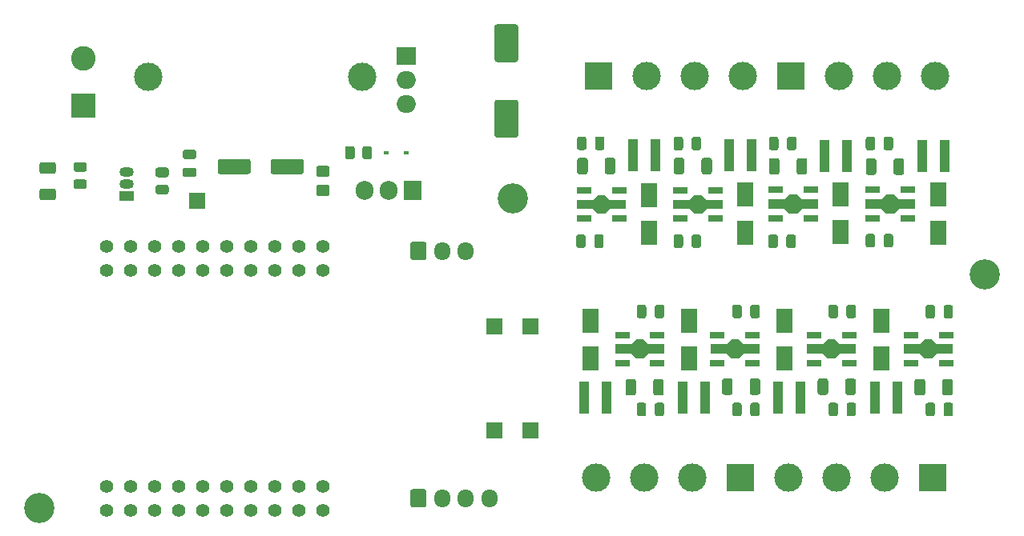
<source format=gts>
G04 #@! TF.GenerationSoftware,KiCad,Pcbnew,5.1.11-e4df9d881f~92~ubuntu20.04.1*
G04 #@! TF.CreationDate,2021-11-03T00:14:50+01:00*
G04 #@! TF.ProjectId,CC dimmer low voltage,43432064-696d-46d6-9572-206c6f772076,0.97*
G04 #@! TF.SameCoordinates,Original*
G04 #@! TF.FileFunction,Soldermask,Top*
G04 #@! TF.FilePolarity,Negative*
%FSLAX46Y46*%
G04 Gerber Fmt 4.6, Leading zero omitted, Abs format (unit mm)*
G04 Created by KiCad (PCBNEW 5.1.11-e4df9d881f~92~ubuntu20.04.1) date 2021-11-03 00:14:50*
%MOMM*%
%LPD*%
G01*
G04 APERTURE LIST*
%ADD10R,0.980000X3.400000*%
%ADD11C,3.000000*%
%ADD12R,1.700000X1.700000*%
%ADD13R,1.800000X2.500000*%
%ADD14C,3.200000*%
%ADD15R,0.600000X0.450000*%
%ADD16O,1.700000X1.950000*%
%ADD17O,2.000000X1.905000*%
%ADD18R,2.000000X1.905000*%
%ADD19O,1.500000X1.050000*%
%ADD20R,1.500000X1.050000*%
%ADD21R,1.905000X2.000000*%
%ADD22O,1.905000X2.000000*%
%ADD23R,2.600000X2.600000*%
%ADD24C,2.600000*%
%ADD25R,3.000000X3.000000*%
%ADD26R,1.500000X0.700000*%
%ADD27C,0.150000*%
%ADD28C,1.400000*%
G04 APERTURE END LIST*
G36*
G01*
X167785200Y-76116200D02*
X167785200Y-75166200D01*
G75*
G02*
X168035200Y-74916200I250000J0D01*
G01*
X168535200Y-74916200D01*
G75*
G02*
X168785200Y-75166200I0J-250000D01*
G01*
X168785200Y-76116200D01*
G75*
G02*
X168535200Y-76366200I-250000J0D01*
G01*
X168035200Y-76366200D01*
G75*
G02*
X167785200Y-76116200I0J250000D01*
G01*
G37*
G36*
G01*
X165885200Y-76116200D02*
X165885200Y-75166200D01*
G75*
G02*
X166135200Y-74916200I250000J0D01*
G01*
X166635200Y-74916200D01*
G75*
G02*
X166885200Y-75166200I0J-250000D01*
G01*
X166885200Y-76116200D01*
G75*
G02*
X166635200Y-76366200I-250000J0D01*
G01*
X166135200Y-76366200D01*
G75*
G02*
X165885200Y-76116200I0J250000D01*
G01*
G37*
D10*
X166709000Y-92176600D03*
X169079000Y-92176600D03*
X177097600Y-92176600D03*
X179467600Y-92176600D03*
X187215600Y-92176600D03*
X189585600Y-92176600D03*
X197443000Y-92176600D03*
X199813000Y-92176600D03*
X204816800Y-66598800D03*
X202446800Y-66598800D03*
X194479000Y-66598800D03*
X192109000Y-66598800D03*
X184395200Y-66548000D03*
X182025200Y-66548000D03*
X174209800Y-66573400D03*
X171839800Y-66573400D03*
D11*
X143281400Y-58242200D03*
X120681400Y-58242200D03*
D12*
X161023300Y-95645000D03*
X161023300Y-84645000D03*
D13*
X198120000Y-84029800D03*
X198120000Y-88029800D03*
D14*
X159202000Y-71145000D03*
D13*
X177774600Y-88029800D03*
X177774600Y-84029800D03*
G36*
G01*
X168861400Y-64803000D02*
X168861400Y-65753000D01*
G75*
G02*
X168611400Y-66003000I-250000J0D01*
G01*
X168111400Y-66003000D01*
G75*
G02*
X167861400Y-65753000I0J250000D01*
G01*
X167861400Y-64803000D01*
G75*
G02*
X168111400Y-64553000I250000J0D01*
G01*
X168611400Y-64553000D01*
G75*
G02*
X168861400Y-64803000I0J-250000D01*
G01*
G37*
G36*
G01*
X166961400Y-64803000D02*
X166961400Y-65753000D01*
G75*
G02*
X166711400Y-66003000I-250000J0D01*
G01*
X166211400Y-66003000D01*
G75*
G02*
X165961400Y-65753000I0J250000D01*
G01*
X165961400Y-64803000D01*
G75*
G02*
X166211400Y-64553000I250000J0D01*
G01*
X166711400Y-64553000D01*
G75*
G02*
X166961400Y-64803000I0J-250000D01*
G01*
G37*
G36*
G01*
X176172200Y-76116200D02*
X176172200Y-75166200D01*
G75*
G02*
X176422200Y-74916200I250000J0D01*
G01*
X176922200Y-74916200D01*
G75*
G02*
X177172200Y-75166200I0J-250000D01*
G01*
X177172200Y-76116200D01*
G75*
G02*
X176922200Y-76366200I-250000J0D01*
G01*
X176422200Y-76366200D01*
G75*
G02*
X176172200Y-76116200I0J250000D01*
G01*
G37*
G36*
G01*
X178072200Y-76116200D02*
X178072200Y-75166200D01*
G75*
G02*
X178322200Y-74916200I250000J0D01*
G01*
X178822200Y-74916200D01*
G75*
G02*
X179072200Y-75166200I0J-250000D01*
G01*
X179072200Y-76116200D01*
G75*
G02*
X178822200Y-76366200I-250000J0D01*
G01*
X178322200Y-76366200D01*
G75*
G02*
X178072200Y-76116200I0J250000D01*
G01*
G37*
G36*
G01*
X176172200Y-65778400D02*
X176172200Y-64828400D01*
G75*
G02*
X176422200Y-64578400I250000J0D01*
G01*
X176922200Y-64578400D01*
G75*
G02*
X177172200Y-64828400I0J-250000D01*
G01*
X177172200Y-65778400D01*
G75*
G02*
X176922200Y-66028400I-250000J0D01*
G01*
X176422200Y-66028400D01*
G75*
G02*
X176172200Y-65778400I0J250000D01*
G01*
G37*
G36*
G01*
X178072200Y-65778400D02*
X178072200Y-64828400D01*
G75*
G02*
X178322200Y-64578400I250000J0D01*
G01*
X178822200Y-64578400D01*
G75*
G02*
X179072200Y-64828400I0J-250000D01*
G01*
X179072200Y-65778400D01*
G75*
G02*
X178822200Y-66028400I-250000J0D01*
G01*
X178322200Y-66028400D01*
G75*
G02*
X178072200Y-65778400I0J250000D01*
G01*
G37*
G36*
G01*
X186179800Y-76116200D02*
X186179800Y-75166200D01*
G75*
G02*
X186429800Y-74916200I250000J0D01*
G01*
X186929800Y-74916200D01*
G75*
G02*
X187179800Y-75166200I0J-250000D01*
G01*
X187179800Y-76116200D01*
G75*
G02*
X186929800Y-76366200I-250000J0D01*
G01*
X186429800Y-76366200D01*
G75*
G02*
X186179800Y-76116200I0J250000D01*
G01*
G37*
G36*
G01*
X188079800Y-76116200D02*
X188079800Y-75166200D01*
G75*
G02*
X188329800Y-74916200I250000J0D01*
G01*
X188829800Y-74916200D01*
G75*
G02*
X189079800Y-75166200I0J-250000D01*
G01*
X189079800Y-76116200D01*
G75*
G02*
X188829800Y-76366200I-250000J0D01*
G01*
X188329800Y-76366200D01*
G75*
G02*
X188079800Y-76116200I0J250000D01*
G01*
G37*
G36*
G01*
X188156000Y-65778400D02*
X188156000Y-64828400D01*
G75*
G02*
X188406000Y-64578400I250000J0D01*
G01*
X188906000Y-64578400D01*
G75*
G02*
X189156000Y-64828400I0J-250000D01*
G01*
X189156000Y-65778400D01*
G75*
G02*
X188906000Y-66028400I-250000J0D01*
G01*
X188406000Y-66028400D01*
G75*
G02*
X188156000Y-65778400I0J250000D01*
G01*
G37*
G36*
G01*
X186256000Y-65778400D02*
X186256000Y-64828400D01*
G75*
G02*
X186506000Y-64578400I250000J0D01*
G01*
X187006000Y-64578400D01*
G75*
G02*
X187256000Y-64828400I0J-250000D01*
G01*
X187256000Y-65778400D01*
G75*
G02*
X187006000Y-66028400I-250000J0D01*
G01*
X186506000Y-66028400D01*
G75*
G02*
X186256000Y-65778400I0J250000D01*
G01*
G37*
G36*
G01*
X198366800Y-76065400D02*
X198366800Y-75115400D01*
G75*
G02*
X198616800Y-74865400I250000J0D01*
G01*
X199116800Y-74865400D01*
G75*
G02*
X199366800Y-75115400I0J-250000D01*
G01*
X199366800Y-76065400D01*
G75*
G02*
X199116800Y-76315400I-250000J0D01*
G01*
X198616800Y-76315400D01*
G75*
G02*
X198366800Y-76065400I0J250000D01*
G01*
G37*
G36*
G01*
X196466800Y-76065400D02*
X196466800Y-75115400D01*
G75*
G02*
X196716800Y-74865400I250000J0D01*
G01*
X197216800Y-74865400D01*
G75*
G02*
X197466800Y-75115400I0J-250000D01*
G01*
X197466800Y-76065400D01*
G75*
G02*
X197216800Y-76315400I-250000J0D01*
G01*
X196716800Y-76315400D01*
G75*
G02*
X196466800Y-76065400I0J250000D01*
G01*
G37*
G36*
G01*
X196466800Y-65778400D02*
X196466800Y-64828400D01*
G75*
G02*
X196716800Y-64578400I250000J0D01*
G01*
X197216800Y-64578400D01*
G75*
G02*
X197466800Y-64828400I0J-250000D01*
G01*
X197466800Y-65778400D01*
G75*
G02*
X197216800Y-66028400I-250000J0D01*
G01*
X196716800Y-66028400D01*
G75*
G02*
X196466800Y-65778400I0J250000D01*
G01*
G37*
G36*
G01*
X198366800Y-65778400D02*
X198366800Y-64828400D01*
G75*
G02*
X198616800Y-64578400I250000J0D01*
G01*
X199116800Y-64578400D01*
G75*
G02*
X199366800Y-64828400I0J-250000D01*
G01*
X199366800Y-65778400D01*
G75*
G02*
X199116800Y-66028400I-250000J0D01*
G01*
X198616800Y-66028400D01*
G75*
G02*
X198366800Y-65778400I0J250000D01*
G01*
G37*
G36*
G01*
X203791400Y-82633800D02*
X203791400Y-83583800D01*
G75*
G02*
X203541400Y-83833800I-250000J0D01*
G01*
X203041400Y-83833800D01*
G75*
G02*
X202791400Y-83583800I0J250000D01*
G01*
X202791400Y-82633800D01*
G75*
G02*
X203041400Y-82383800I250000J0D01*
G01*
X203541400Y-82383800D01*
G75*
G02*
X203791400Y-82633800I0J-250000D01*
G01*
G37*
G36*
G01*
X205691400Y-82633800D02*
X205691400Y-83583800D01*
G75*
G02*
X205441400Y-83833800I-250000J0D01*
G01*
X204941400Y-83833800D01*
G75*
G02*
X204691400Y-83583800I0J250000D01*
G01*
X204691400Y-82633800D01*
G75*
G02*
X204941400Y-82383800I250000J0D01*
G01*
X205441400Y-82383800D01*
G75*
G02*
X205691400Y-82633800I0J-250000D01*
G01*
G37*
G36*
G01*
X202791400Y-93921600D02*
X202791400Y-92971600D01*
G75*
G02*
X203041400Y-92721600I250000J0D01*
G01*
X203541400Y-92721600D01*
G75*
G02*
X203791400Y-92971600I0J-250000D01*
G01*
X203791400Y-93921600D01*
G75*
G02*
X203541400Y-94171600I-250000J0D01*
G01*
X203041400Y-94171600D01*
G75*
G02*
X202791400Y-93921600I0J250000D01*
G01*
G37*
G36*
G01*
X204691400Y-93921600D02*
X204691400Y-92971600D01*
G75*
G02*
X204941400Y-92721600I250000J0D01*
G01*
X205441400Y-92721600D01*
G75*
G02*
X205691400Y-92971600I0J-250000D01*
G01*
X205691400Y-93921600D01*
G75*
G02*
X205441400Y-94171600I-250000J0D01*
G01*
X204941400Y-94171600D01*
G75*
G02*
X204691400Y-93921600I0J250000D01*
G01*
G37*
G36*
G01*
X193529800Y-82608400D02*
X193529800Y-83558400D01*
G75*
G02*
X193279800Y-83808400I-250000J0D01*
G01*
X192779800Y-83808400D01*
G75*
G02*
X192529800Y-83558400I0J250000D01*
G01*
X192529800Y-82608400D01*
G75*
G02*
X192779800Y-82358400I250000J0D01*
G01*
X193279800Y-82358400D01*
G75*
G02*
X193529800Y-82608400I0J-250000D01*
G01*
G37*
G36*
G01*
X195429800Y-82608400D02*
X195429800Y-83558400D01*
G75*
G02*
X195179800Y-83808400I-250000J0D01*
G01*
X194679800Y-83808400D01*
G75*
G02*
X194429800Y-83558400I0J250000D01*
G01*
X194429800Y-82608400D01*
G75*
G02*
X194679800Y-82358400I250000J0D01*
G01*
X195179800Y-82358400D01*
G75*
G02*
X195429800Y-82608400I0J-250000D01*
G01*
G37*
G36*
G01*
X193545000Y-92971600D02*
X193545000Y-93921600D01*
G75*
G02*
X193295000Y-94171600I-250000J0D01*
G01*
X192795000Y-94171600D01*
G75*
G02*
X192545000Y-93921600I0J250000D01*
G01*
X192545000Y-92971600D01*
G75*
G02*
X192795000Y-92721600I250000J0D01*
G01*
X193295000Y-92721600D01*
G75*
G02*
X193545000Y-92971600I0J-250000D01*
G01*
G37*
G36*
G01*
X195445000Y-92971600D02*
X195445000Y-93921600D01*
G75*
G02*
X195195000Y-94171600I-250000J0D01*
G01*
X194695000Y-94171600D01*
G75*
G02*
X194445000Y-93921600I0J250000D01*
G01*
X194445000Y-92971600D01*
G75*
G02*
X194695000Y-92721600I250000J0D01*
G01*
X195195000Y-92721600D01*
G75*
G02*
X195445000Y-92971600I0J-250000D01*
G01*
G37*
G36*
G01*
X185269800Y-82608400D02*
X185269800Y-83558400D01*
G75*
G02*
X185019800Y-83808400I-250000J0D01*
G01*
X184519800Y-83808400D01*
G75*
G02*
X184269800Y-83558400I0J250000D01*
G01*
X184269800Y-82608400D01*
G75*
G02*
X184519800Y-82358400I250000J0D01*
G01*
X185019800Y-82358400D01*
G75*
G02*
X185269800Y-82608400I0J-250000D01*
G01*
G37*
G36*
G01*
X183369800Y-82608400D02*
X183369800Y-83558400D01*
G75*
G02*
X183119800Y-83808400I-250000J0D01*
G01*
X182619800Y-83808400D01*
G75*
G02*
X182369800Y-83558400I0J250000D01*
G01*
X182369800Y-82608400D01*
G75*
G02*
X182619800Y-82358400I250000J0D01*
G01*
X183119800Y-82358400D01*
G75*
G02*
X183369800Y-82608400I0J-250000D01*
G01*
G37*
G36*
G01*
X184269800Y-93921600D02*
X184269800Y-92971600D01*
G75*
G02*
X184519800Y-92721600I250000J0D01*
G01*
X185019800Y-92721600D01*
G75*
G02*
X185269800Y-92971600I0J-250000D01*
G01*
X185269800Y-93921600D01*
G75*
G02*
X185019800Y-94171600I-250000J0D01*
G01*
X184519800Y-94171600D01*
G75*
G02*
X184269800Y-93921600I0J250000D01*
G01*
G37*
G36*
G01*
X182369800Y-93921600D02*
X182369800Y-92971600D01*
G75*
G02*
X182619800Y-92721600I250000J0D01*
G01*
X183119800Y-92721600D01*
G75*
G02*
X183369800Y-92971600I0J-250000D01*
G01*
X183369800Y-93921600D01*
G75*
G02*
X183119800Y-94171600I-250000J0D01*
G01*
X182619800Y-94171600D01*
G75*
G02*
X182369800Y-93921600I0J250000D01*
G01*
G37*
G36*
G01*
X173286000Y-82608400D02*
X173286000Y-83558400D01*
G75*
G02*
X173036000Y-83808400I-250000J0D01*
G01*
X172536000Y-83808400D01*
G75*
G02*
X172286000Y-83558400I0J250000D01*
G01*
X172286000Y-82608400D01*
G75*
G02*
X172536000Y-82358400I250000J0D01*
G01*
X173036000Y-82358400D01*
G75*
G02*
X173286000Y-82608400I0J-250000D01*
G01*
G37*
G36*
G01*
X175186000Y-82608400D02*
X175186000Y-83558400D01*
G75*
G02*
X174936000Y-83808400I-250000J0D01*
G01*
X174436000Y-83808400D01*
G75*
G02*
X174186000Y-83558400I0J250000D01*
G01*
X174186000Y-82608400D01*
G75*
G02*
X174436000Y-82358400I250000J0D01*
G01*
X174936000Y-82358400D01*
G75*
G02*
X175186000Y-82608400I0J-250000D01*
G01*
G37*
G36*
G01*
X175175800Y-92971600D02*
X175175800Y-93921600D01*
G75*
G02*
X174925800Y-94171600I-250000J0D01*
G01*
X174425800Y-94171600D01*
G75*
G02*
X174175800Y-93921600I0J250000D01*
G01*
X174175800Y-92971600D01*
G75*
G02*
X174425800Y-92721600I250000J0D01*
G01*
X174925800Y-92721600D01*
G75*
G02*
X175175800Y-92971600I0J-250000D01*
G01*
G37*
G36*
G01*
X173275800Y-92971600D02*
X173275800Y-93921600D01*
G75*
G02*
X173025800Y-94171600I-250000J0D01*
G01*
X172525800Y-94171600D01*
G75*
G02*
X172275800Y-93921600I0J250000D01*
G01*
X172275800Y-92971600D01*
G75*
G02*
X172525800Y-92721600I250000J0D01*
G01*
X173025800Y-92721600D01*
G75*
G02*
X173275800Y-92971600I0J-250000D01*
G01*
G37*
G36*
G01*
X159496000Y-64674000D02*
X157496000Y-64674000D01*
G75*
G02*
X157246000Y-64424000I0J250000D01*
G01*
X157246000Y-60924000D01*
G75*
G02*
X157496000Y-60674000I250000J0D01*
G01*
X159496000Y-60674000D01*
G75*
G02*
X159746000Y-60924000I0J-250000D01*
G01*
X159746000Y-64424000D01*
G75*
G02*
X159496000Y-64674000I-250000J0D01*
G01*
G37*
G36*
G01*
X159496000Y-56674000D02*
X157496000Y-56674000D01*
G75*
G02*
X157246000Y-56424000I0J250000D01*
G01*
X157246000Y-52924000D01*
G75*
G02*
X157496000Y-52674000I250000J0D01*
G01*
X159496000Y-52674000D01*
G75*
G02*
X159746000Y-52924000I0J-250000D01*
G01*
X159746000Y-56424000D01*
G75*
G02*
X159496000Y-56674000I-250000J0D01*
G01*
G37*
G36*
G01*
X137087200Y-67191800D02*
X137087200Y-68291800D01*
G75*
G02*
X136837200Y-68541800I-250000J0D01*
G01*
X133837200Y-68541800D01*
G75*
G02*
X133587200Y-68291800I0J250000D01*
G01*
X133587200Y-67191800D01*
G75*
G02*
X133837200Y-66941800I250000J0D01*
G01*
X136837200Y-66941800D01*
G75*
G02*
X137087200Y-67191800I0J-250000D01*
G01*
G37*
G36*
G01*
X131487200Y-67191800D02*
X131487200Y-68291800D01*
G75*
G02*
X131237200Y-68541800I-250000J0D01*
G01*
X128237200Y-68541800D01*
G75*
G02*
X127987200Y-68291800I0J250000D01*
G01*
X127987200Y-67191800D01*
G75*
G02*
X128237200Y-66941800I250000J0D01*
G01*
X131237200Y-66941800D01*
G75*
G02*
X131487200Y-67191800I0J-250000D01*
G01*
G37*
G36*
G01*
X125493800Y-68861600D02*
X124543800Y-68861600D01*
G75*
G02*
X124293800Y-68611600I0J250000D01*
G01*
X124293800Y-68111600D01*
G75*
G02*
X124543800Y-67861600I250000J0D01*
G01*
X125493800Y-67861600D01*
G75*
G02*
X125743800Y-68111600I0J-250000D01*
G01*
X125743800Y-68611600D01*
G75*
G02*
X125493800Y-68861600I-250000J0D01*
G01*
G37*
G36*
G01*
X125493800Y-66961600D02*
X124543800Y-66961600D01*
G75*
G02*
X124293800Y-66711600I0J250000D01*
G01*
X124293800Y-66211600D01*
G75*
G02*
X124543800Y-65961600I250000J0D01*
G01*
X125493800Y-65961600D01*
G75*
G02*
X125743800Y-66211600I0J-250000D01*
G01*
X125743800Y-66711600D01*
G75*
G02*
X125493800Y-66961600I-250000J0D01*
G01*
G37*
X173532800Y-74745600D03*
X173532800Y-70745600D03*
X183769000Y-74720200D03*
X183769000Y-70720200D03*
X193776600Y-74694800D03*
X193776600Y-70694800D03*
X204165200Y-70720200D03*
X204165200Y-74720200D03*
X187909200Y-88029800D03*
X187909200Y-84029800D03*
X167386000Y-88055200D03*
X167386000Y-84055200D03*
D15*
X147887400Y-66268600D03*
X145787400Y-66268600D03*
G36*
G01*
X110657800Y-71316200D02*
X109407800Y-71316200D01*
G75*
G02*
X109157800Y-71066200I0J250000D01*
G01*
X109157800Y-70316200D01*
G75*
G02*
X109407800Y-70066200I250000J0D01*
G01*
X110657800Y-70066200D01*
G75*
G02*
X110907800Y-70316200I0J-250000D01*
G01*
X110907800Y-71066200D01*
G75*
G02*
X110657800Y-71316200I-250000J0D01*
G01*
G37*
G36*
G01*
X110657800Y-68516200D02*
X109407800Y-68516200D01*
G75*
G02*
X109157800Y-68266200I0J250000D01*
G01*
X109157800Y-67516200D01*
G75*
G02*
X109407800Y-67266200I250000J0D01*
G01*
X110657800Y-67266200D01*
G75*
G02*
X110907800Y-67516200I0J-250000D01*
G01*
X110907800Y-68266200D01*
G75*
G02*
X110657800Y-68516200I-250000J0D01*
G01*
G37*
G36*
G01*
X138665799Y-67656400D02*
X139565801Y-67656400D01*
G75*
G02*
X139815800Y-67906399I0J-249999D01*
G01*
X139815800Y-68606401D01*
G75*
G02*
X139565801Y-68856400I-249999J0D01*
G01*
X138665799Y-68856400D01*
G75*
G02*
X138415800Y-68606401I0J249999D01*
G01*
X138415800Y-67906399D01*
G75*
G02*
X138665799Y-67656400I249999J0D01*
G01*
G37*
G36*
G01*
X138665799Y-69656400D02*
X139565801Y-69656400D01*
G75*
G02*
X139815800Y-69906399I0J-249999D01*
G01*
X139815800Y-70606401D01*
G75*
G02*
X139565801Y-70856400I-249999J0D01*
G01*
X138665799Y-70856400D01*
G75*
G02*
X138415800Y-70606401I0J249999D01*
G01*
X138415800Y-69906399D01*
G75*
G02*
X138665799Y-69656400I249999J0D01*
G01*
G37*
D14*
X109169200Y-103886000D03*
X209016600Y-79121000D03*
G36*
G01*
X148352000Y-77382200D02*
X148352000Y-75932200D01*
G75*
G02*
X148602000Y-75682200I250000J0D01*
G01*
X149802000Y-75682200D01*
G75*
G02*
X150052000Y-75932200I0J-250000D01*
G01*
X150052000Y-77382200D01*
G75*
G02*
X149802000Y-77632200I-250000J0D01*
G01*
X148602000Y-77632200D01*
G75*
G02*
X148352000Y-77382200I0J250000D01*
G01*
G37*
D16*
X151702000Y-76657200D03*
X154202000Y-76657200D03*
G36*
G01*
X148352000Y-103569600D02*
X148352000Y-102119600D01*
G75*
G02*
X148602000Y-101869600I250000J0D01*
G01*
X149802000Y-101869600D01*
G75*
G02*
X150052000Y-102119600I0J-250000D01*
G01*
X150052000Y-103569600D01*
G75*
G02*
X149802000Y-103819600I-250000J0D01*
G01*
X148602000Y-103819600D01*
G75*
G02*
X148352000Y-103569600I0J250000D01*
G01*
G37*
X151702000Y-102844600D03*
X154202000Y-102844600D03*
X156702000Y-102844600D03*
D12*
X157202000Y-84645000D03*
X157202000Y-95645000D03*
X125780800Y-71374000D03*
D17*
X147904200Y-61087000D03*
X147904200Y-58547000D03*
D18*
X147904200Y-56007000D03*
G36*
G01*
X165970600Y-68316003D02*
X165970600Y-67065997D01*
G75*
G02*
X166220597Y-66816000I249997J0D01*
G01*
X166845603Y-66816000D01*
G75*
G02*
X167095600Y-67065997I0J-249997D01*
G01*
X167095600Y-68316003D01*
G75*
G02*
X166845603Y-68566000I-249997J0D01*
G01*
X166220597Y-68566000D01*
G75*
G02*
X165970600Y-68316003I0J249997D01*
G01*
G37*
G36*
G01*
X168895600Y-68316003D02*
X168895600Y-67065997D01*
G75*
G02*
X169145597Y-66816000I249997J0D01*
G01*
X169770603Y-66816000D01*
G75*
G02*
X170020600Y-67065997I0J-249997D01*
G01*
X170020600Y-68316003D01*
G75*
G02*
X169770603Y-68566000I-249997J0D01*
G01*
X169145597Y-68566000D01*
G75*
G02*
X168895600Y-68316003I0J249997D01*
G01*
G37*
G36*
G01*
X179106400Y-68316003D02*
X179106400Y-67065997D01*
G75*
G02*
X179356397Y-66816000I249997J0D01*
G01*
X179981403Y-66816000D01*
G75*
G02*
X180231400Y-67065997I0J-249997D01*
G01*
X180231400Y-68316003D01*
G75*
G02*
X179981403Y-68566000I-249997J0D01*
G01*
X179356397Y-68566000D01*
G75*
G02*
X179106400Y-68316003I0J249997D01*
G01*
G37*
G36*
G01*
X176181400Y-68316003D02*
X176181400Y-67065997D01*
G75*
G02*
X176431397Y-66816000I249997J0D01*
G01*
X177056403Y-66816000D01*
G75*
G02*
X177306400Y-67065997I0J-249997D01*
G01*
X177306400Y-68316003D01*
G75*
G02*
X177056403Y-68566000I-249997J0D01*
G01*
X176431397Y-68566000D01*
G75*
G02*
X176181400Y-68316003I0J249997D01*
G01*
G37*
G36*
G01*
X189164800Y-68341403D02*
X189164800Y-67091397D01*
G75*
G02*
X189414797Y-66841400I249997J0D01*
G01*
X190039803Y-66841400D01*
G75*
G02*
X190289800Y-67091397I0J-249997D01*
G01*
X190289800Y-68341403D01*
G75*
G02*
X190039803Y-68591400I-249997J0D01*
G01*
X189414797Y-68591400D01*
G75*
G02*
X189164800Y-68341403I0J249997D01*
G01*
G37*
G36*
G01*
X186239800Y-68341403D02*
X186239800Y-67091397D01*
G75*
G02*
X186489797Y-66841400I249997J0D01*
G01*
X187114803Y-66841400D01*
G75*
G02*
X187364800Y-67091397I0J-249997D01*
G01*
X187364800Y-68341403D01*
G75*
G02*
X187114803Y-68591400I-249997J0D01*
G01*
X186489797Y-68591400D01*
G75*
G02*
X186239800Y-68341403I0J249997D01*
G01*
G37*
G36*
G01*
X196476000Y-68366803D02*
X196476000Y-67116797D01*
G75*
G02*
X196725997Y-66866800I249997J0D01*
G01*
X197351003Y-66866800D01*
G75*
G02*
X197601000Y-67116797I0J-249997D01*
G01*
X197601000Y-68366803D01*
G75*
G02*
X197351003Y-68616800I-249997J0D01*
G01*
X196725997Y-68616800D01*
G75*
G02*
X196476000Y-68366803I0J249997D01*
G01*
G37*
G36*
G01*
X199401000Y-68366803D02*
X199401000Y-67116797D01*
G75*
G02*
X199650997Y-66866800I249997J0D01*
G01*
X200276003Y-66866800D01*
G75*
G02*
X200526000Y-67116797I0J-249997D01*
G01*
X200526000Y-68366803D01*
G75*
G02*
X200276003Y-68616800I-249997J0D01*
G01*
X199650997Y-68616800D01*
G75*
G02*
X199401000Y-68366803I0J249997D01*
G01*
G37*
G36*
G01*
X202752000Y-90469997D02*
X202752000Y-91720003D01*
G75*
G02*
X202502003Y-91970000I-249997J0D01*
G01*
X201876997Y-91970000D01*
G75*
G02*
X201627000Y-91720003I0J249997D01*
G01*
X201627000Y-90469997D01*
G75*
G02*
X201876997Y-90220000I249997J0D01*
G01*
X202502003Y-90220000D01*
G75*
G02*
X202752000Y-90469997I0J-249997D01*
G01*
G37*
G36*
G01*
X205677000Y-90469997D02*
X205677000Y-91720003D01*
G75*
G02*
X205427003Y-91970000I-249997J0D01*
G01*
X204801997Y-91970000D01*
G75*
G02*
X204552000Y-91720003I0J249997D01*
G01*
X204552000Y-90469997D01*
G75*
G02*
X204801997Y-90220000I249997J0D01*
G01*
X205427003Y-90220000D01*
G75*
G02*
X205677000Y-90469997I0J-249997D01*
G01*
G37*
G36*
G01*
X195431300Y-90408597D02*
X195431300Y-91658603D01*
G75*
G02*
X195181303Y-91908600I-249997J0D01*
G01*
X194556297Y-91908600D01*
G75*
G02*
X194306300Y-91658603I0J249997D01*
G01*
X194306300Y-90408597D01*
G75*
G02*
X194556297Y-90158600I249997J0D01*
G01*
X195181303Y-90158600D01*
G75*
G02*
X195431300Y-90408597I0J-249997D01*
G01*
G37*
G36*
G01*
X192506300Y-90408597D02*
X192506300Y-91658603D01*
G75*
G02*
X192256303Y-91908600I-249997J0D01*
G01*
X191631297Y-91908600D01*
G75*
G02*
X191381300Y-91658603I0J249997D01*
G01*
X191381300Y-90408597D01*
G75*
G02*
X191631297Y-90158600I249997J0D01*
G01*
X192256303Y-90158600D01*
G75*
G02*
X192506300Y-90408597I0J-249997D01*
G01*
G37*
G36*
G01*
X182402000Y-90408597D02*
X182402000Y-91658603D01*
G75*
G02*
X182152003Y-91908600I-249997J0D01*
G01*
X181526997Y-91908600D01*
G75*
G02*
X181277000Y-91658603I0J249997D01*
G01*
X181277000Y-90408597D01*
G75*
G02*
X181526997Y-90158600I249997J0D01*
G01*
X182152003Y-90158600D01*
G75*
G02*
X182402000Y-90408597I0J-249997D01*
G01*
G37*
G36*
G01*
X185327000Y-90408597D02*
X185327000Y-91658603D01*
G75*
G02*
X185077003Y-91908600I-249997J0D01*
G01*
X184451997Y-91908600D01*
G75*
G02*
X184202000Y-91658603I0J249997D01*
G01*
X184202000Y-90408597D01*
G75*
G02*
X184451997Y-90158600I249997J0D01*
G01*
X185077003Y-90158600D01*
G75*
G02*
X185327000Y-90408597I0J-249997D01*
G01*
G37*
G36*
G01*
X175127000Y-90469997D02*
X175127000Y-91720003D01*
G75*
G02*
X174877003Y-91970000I-249997J0D01*
G01*
X174251997Y-91970000D01*
G75*
G02*
X174002000Y-91720003I0J249997D01*
G01*
X174002000Y-90469997D01*
G75*
G02*
X174251997Y-90220000I249997J0D01*
G01*
X174877003Y-90220000D01*
G75*
G02*
X175127000Y-90469997I0J-249997D01*
G01*
G37*
G36*
G01*
X172202000Y-90469997D02*
X172202000Y-91720003D01*
G75*
G02*
X171952003Y-91970000I-249997J0D01*
G01*
X171326997Y-91970000D01*
G75*
G02*
X171077000Y-91720003I0J249997D01*
G01*
X171077000Y-90469997D01*
G75*
G02*
X171326997Y-90220000I249997J0D01*
G01*
X171952003Y-90220000D01*
G75*
G02*
X172202000Y-90469997I0J-249997D01*
G01*
G37*
G36*
G01*
X121673198Y-67840800D02*
X122573202Y-67840800D01*
G75*
G02*
X122823200Y-68090798I0J-249998D01*
G01*
X122823200Y-68615802D01*
G75*
G02*
X122573202Y-68865800I-249998J0D01*
G01*
X121673198Y-68865800D01*
G75*
G02*
X121423200Y-68615802I0J249998D01*
G01*
X121423200Y-68090798D01*
G75*
G02*
X121673198Y-67840800I249998J0D01*
G01*
G37*
G36*
G01*
X121673198Y-69665800D02*
X122573202Y-69665800D01*
G75*
G02*
X122823200Y-69915798I0J-249998D01*
G01*
X122823200Y-70440802D01*
G75*
G02*
X122573202Y-70690800I-249998J0D01*
G01*
X121673198Y-70690800D01*
G75*
G02*
X121423200Y-70440802I0J249998D01*
G01*
X121423200Y-69915798D01*
G75*
G02*
X121673198Y-69665800I249998J0D01*
G01*
G37*
G36*
G01*
X142475000Y-65818598D02*
X142475000Y-66718602D01*
G75*
G02*
X142225002Y-66968600I-249998J0D01*
G01*
X141699998Y-66968600D01*
G75*
G02*
X141450000Y-66718602I0J249998D01*
G01*
X141450000Y-65818598D01*
G75*
G02*
X141699998Y-65568600I249998J0D01*
G01*
X142225002Y-65568600D01*
G75*
G02*
X142475000Y-65818598I0J-249998D01*
G01*
G37*
G36*
G01*
X144300000Y-65818598D02*
X144300000Y-66718602D01*
G75*
G02*
X144050002Y-66968600I-249998J0D01*
G01*
X143524998Y-66968600D01*
G75*
G02*
X143275000Y-66718602I0J249998D01*
G01*
X143275000Y-65818598D01*
G75*
G02*
X143524998Y-65568600I249998J0D01*
G01*
X144050002Y-65568600D01*
G75*
G02*
X144300000Y-65818598I0J-249998D01*
G01*
G37*
G36*
G01*
X113911802Y-70106600D02*
X113011798Y-70106600D01*
G75*
G02*
X112761800Y-69856602I0J249998D01*
G01*
X112761800Y-69331598D01*
G75*
G02*
X113011798Y-69081600I249998J0D01*
G01*
X113911802Y-69081600D01*
G75*
G02*
X114161800Y-69331598I0J-249998D01*
G01*
X114161800Y-69856602D01*
G75*
G02*
X113911802Y-70106600I-249998J0D01*
G01*
G37*
G36*
G01*
X113911802Y-68281600D02*
X113011798Y-68281600D01*
G75*
G02*
X112761800Y-68031602I0J249998D01*
G01*
X112761800Y-67506598D01*
G75*
G02*
X113011798Y-67256600I249998J0D01*
G01*
X113911802Y-67256600D01*
G75*
G02*
X114161800Y-67506598I0J-249998D01*
G01*
X114161800Y-68031602D01*
G75*
G02*
X113911802Y-68281600I-249998J0D01*
G01*
G37*
D19*
X118389400Y-69596000D03*
X118389400Y-68326000D03*
D20*
X118389400Y-70866000D03*
D21*
X148590000Y-70281800D03*
D22*
X146050000Y-70281800D03*
X143510000Y-70281800D03*
D23*
X113792000Y-61290200D03*
D24*
X113792000Y-56290200D03*
D11*
X183442000Y-58145000D03*
D25*
X168202000Y-58145000D03*
D11*
X178362000Y-58145000D03*
X173282000Y-58145000D03*
X193632000Y-58145000D03*
X198712000Y-58145000D03*
D25*
X188552000Y-58145000D03*
D11*
X203792000Y-58145000D03*
X188312000Y-100645000D03*
D25*
X203552000Y-100645000D03*
D11*
X193392000Y-100645000D03*
X198472000Y-100645000D03*
X178122000Y-100645000D03*
X173042000Y-100645000D03*
D25*
X183202000Y-100645000D03*
D11*
X167962000Y-100645000D03*
D26*
X166702000Y-73245000D03*
X166702000Y-70245000D03*
X170402000Y-73245000D03*
X170402000Y-70245000D03*
D27*
G36*
X167652000Y-72245000D02*
G01*
X165952000Y-72245000D01*
X165952000Y-71245000D01*
X167652000Y-71245000D01*
X168152000Y-70745000D01*
X168952000Y-70745000D01*
X169452000Y-71245000D01*
X171152000Y-71245000D01*
X171152000Y-72245000D01*
X169452000Y-72245000D01*
X168952000Y-72745000D01*
X168152000Y-72745000D01*
X167652000Y-72245000D01*
G37*
D26*
X176902000Y-73245000D03*
X176902000Y-70245000D03*
X180602000Y-73245000D03*
X180602000Y-70245000D03*
D27*
G36*
X177852000Y-72245000D02*
G01*
X176152000Y-72245000D01*
X176152000Y-71245000D01*
X177852000Y-71245000D01*
X178352000Y-70745000D01*
X179152000Y-70745000D01*
X179652000Y-71245000D01*
X181352000Y-71245000D01*
X181352000Y-72245000D01*
X179652000Y-72245000D01*
X179152000Y-72745000D01*
X178352000Y-72745000D01*
X177852000Y-72245000D01*
G37*
G36*
X187902000Y-72195000D02*
G01*
X186202000Y-72195000D01*
X186202000Y-71195000D01*
X187902000Y-71195000D01*
X188402000Y-70695000D01*
X189202000Y-70695000D01*
X189702000Y-71195000D01*
X191402000Y-71195000D01*
X191402000Y-72195000D01*
X189702000Y-72195000D01*
X189202000Y-72695000D01*
X188402000Y-72695000D01*
X187902000Y-72195000D01*
G37*
D26*
X190652000Y-70195000D03*
X190652000Y-73195000D03*
X186952000Y-70195000D03*
X186952000Y-73195000D03*
D27*
G36*
X198152000Y-72195000D02*
G01*
X196452000Y-72195000D01*
X196452000Y-71195000D01*
X198152000Y-71195000D01*
X198652000Y-70695000D01*
X199452000Y-70695000D01*
X199952000Y-71195000D01*
X201652000Y-71195000D01*
X201652000Y-72195000D01*
X199952000Y-72195000D01*
X199452000Y-72695000D01*
X198652000Y-72695000D01*
X198152000Y-72195000D01*
G37*
D26*
X200902000Y-70195000D03*
X200902000Y-73195000D03*
X197202000Y-70195000D03*
X197202000Y-73195000D03*
D27*
G36*
X204002000Y-86545000D02*
G01*
X205702000Y-86545000D01*
X205702000Y-87545000D01*
X204002000Y-87545000D01*
X203502000Y-88045000D01*
X202702000Y-88045000D01*
X202202000Y-87545000D01*
X200502000Y-87545000D01*
X200502000Y-86545000D01*
X202202000Y-86545000D01*
X202702000Y-86045000D01*
X203502000Y-86045000D01*
X204002000Y-86545000D01*
G37*
D26*
X201252000Y-88545000D03*
X201252000Y-85545000D03*
X204952000Y-88545000D03*
X204952000Y-85545000D03*
D27*
G36*
X193752000Y-86545000D02*
G01*
X195452000Y-86545000D01*
X195452000Y-87545000D01*
X193752000Y-87545000D01*
X193252000Y-88045000D01*
X192452000Y-88045000D01*
X191952000Y-87545000D01*
X190252000Y-87545000D01*
X190252000Y-86545000D01*
X191952000Y-86545000D01*
X192452000Y-86045000D01*
X193252000Y-86045000D01*
X193752000Y-86545000D01*
G37*
D26*
X191002000Y-88545000D03*
X191002000Y-85545000D03*
X194702000Y-88545000D03*
X194702000Y-85545000D03*
X184502000Y-85545000D03*
X184502000Y-88545000D03*
X180802000Y-85545000D03*
X180802000Y-88545000D03*
D27*
G36*
X183552000Y-86545000D02*
G01*
X185252000Y-86545000D01*
X185252000Y-87545000D01*
X183552000Y-87545000D01*
X183052000Y-88045000D01*
X182252000Y-88045000D01*
X181752000Y-87545000D01*
X180052000Y-87545000D01*
X180052000Y-86545000D01*
X181752000Y-86545000D01*
X182252000Y-86045000D01*
X183052000Y-86045000D01*
X183552000Y-86545000D01*
G37*
D26*
X174452000Y-85545000D03*
X174452000Y-88545000D03*
X170752000Y-85545000D03*
X170752000Y-88545000D03*
D27*
G36*
X173502000Y-86545000D02*
G01*
X175202000Y-86545000D01*
X175202000Y-87545000D01*
X173502000Y-87545000D01*
X173002000Y-88045000D01*
X172202000Y-88045000D01*
X171702000Y-87545000D01*
X170002000Y-87545000D01*
X170002000Y-86545000D01*
X171702000Y-86545000D01*
X172202000Y-86045000D01*
X173002000Y-86045000D01*
X173502000Y-86545000D01*
G37*
D28*
X116272000Y-101625000D03*
X116272000Y-104165000D03*
X118812000Y-104165000D03*
X118812000Y-101625000D03*
X121352000Y-104165000D03*
X121352000Y-101625000D03*
X123892000Y-104165000D03*
X123892000Y-101625000D03*
X126432000Y-104165000D03*
X126432000Y-101625000D03*
X128972000Y-104165000D03*
X128972000Y-101625000D03*
X131512000Y-104165000D03*
X131512000Y-101625000D03*
X134052000Y-104165000D03*
X134052000Y-101625000D03*
X136592000Y-104165000D03*
X136592000Y-101625000D03*
X139132000Y-104165000D03*
X139132000Y-101625000D03*
X116272000Y-78765000D03*
X116272000Y-76225000D03*
X118812000Y-78765000D03*
X118812000Y-76225000D03*
X121352000Y-78765000D03*
X121352000Y-76225000D03*
X123892000Y-78765000D03*
X123892000Y-76225000D03*
X126432000Y-78765000D03*
X126432000Y-76225000D03*
X128972000Y-78765000D03*
X128972000Y-76225000D03*
X131512000Y-78765000D03*
X131512000Y-76225000D03*
X134052000Y-78765000D03*
X134052000Y-76225000D03*
X136592000Y-78765000D03*
X136592000Y-76225000D03*
X139132000Y-78765000D03*
X139132000Y-76225000D03*
M02*

</source>
